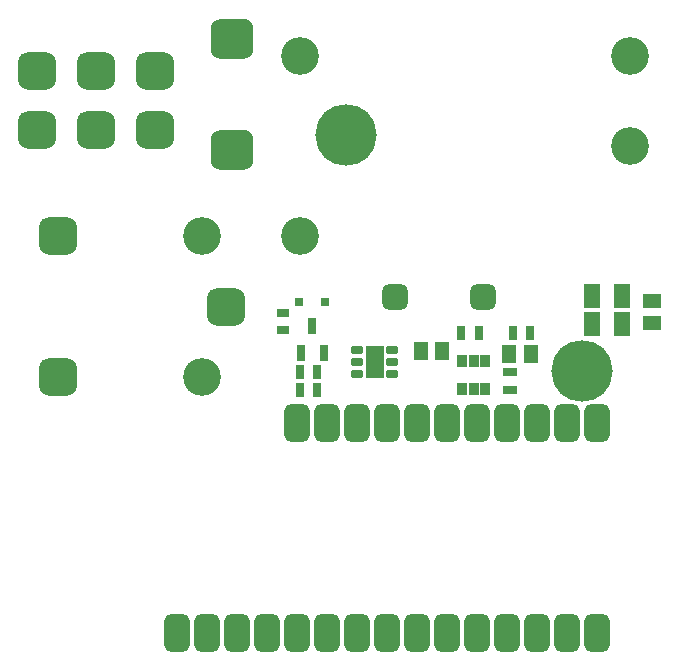
<source format=gts>
G04 Layer_Color=8388736*
%FSAX24Y24*%
%MOIN*%
G70*
G01*
G75*
%ADD44R,0.0277X0.0277*%
%ADD45R,0.0316X0.0474*%
%ADD46R,0.0474X0.0592*%
%ADD47R,0.0474X0.0316*%
%ADD48R,0.0336X0.0434*%
G04:AMPARAMS|DCode=49|XSize=25.7mil|YSize=41.5mil|CornerRadius=8.4mil|HoleSize=0mil|Usage=FLASHONLY|Rotation=90.000|XOffset=0mil|YOffset=0mil|HoleType=Round|Shape=RoundedRectangle|*
%AMROUNDEDRECTD49*
21,1,0.0257,0.0246,0,0,90.0*
21,1,0.0089,0.0415,0,0,90.0*
1,1,0.0169,0.0123,0.0044*
1,1,0.0169,0.0123,-0.0044*
1,1,0.0169,-0.0123,-0.0044*
1,1,0.0169,-0.0123,0.0044*
%
%ADD49ROUNDEDRECTD49*%
%ADD50R,0.0631X0.1064*%
%ADD51R,0.0592X0.0474*%
%ADD52R,0.0552X0.0789*%
G04:AMPARAMS|DCode=53|XSize=136mil|YSize=143mil|CornerRadius=36mil|HoleSize=0mil|Usage=FLASHONLY|Rotation=270.000|XOffset=0mil|YOffset=0mil|HoleType=Round|Shape=RoundedRectangle|*
%AMROUNDEDRECTD53*
21,1,0.1360,0.0711,0,0,270.0*
21,1,0.0640,0.1430,0,0,270.0*
1,1,0.0720,-0.0355,-0.0320*
1,1,0.0720,-0.0355,0.0320*
1,1,0.0720,0.0355,0.0320*
1,1,0.0720,0.0355,-0.0320*
%
%ADD53ROUNDEDRECTD53*%
%ADD54R,0.0316X0.0533*%
G04:AMPARAMS|DCode=55|XSize=126.1mil|YSize=86.7mil|CornerRadius=23.7mil|HoleSize=0mil|Usage=FLASHONLY|Rotation=270.000|XOffset=0mil|YOffset=0mil|HoleType=Round|Shape=RoundedRectangle|*
%AMROUNDEDRECTD55*
21,1,0.1261,0.0394,0,0,270.0*
21,1,0.0787,0.0867,0,0,270.0*
1,1,0.0474,-0.0197,-0.0394*
1,1,0.0474,-0.0197,0.0394*
1,1,0.0474,0.0197,0.0394*
1,1,0.0474,0.0197,-0.0394*
%
%ADD55ROUNDEDRECTD55*%
%ADD56R,0.0395X0.0316*%
%ADD57C,0.1261*%
G04:AMPARAMS|DCode=58|XSize=86.7mil|YSize=86.7mil|CornerRadius=23.7mil|HoleSize=0mil|Usage=FLASHONLY|Rotation=180.000|XOffset=0mil|YOffset=0mil|HoleType=Round|Shape=RoundedRectangle|*
%AMROUNDEDRECTD58*
21,1,0.0867,0.0394,0,0,180.0*
21,1,0.0394,0.0867,0,0,180.0*
1,1,0.0474,-0.0197,0.0197*
1,1,0.0474,0.0197,0.0197*
1,1,0.0474,0.0197,-0.0197*
1,1,0.0474,-0.0197,-0.0197*
%
%ADD58ROUNDEDRECTD58*%
G04:AMPARAMS|DCode=59|XSize=126.1mil|YSize=126.1mil|CornerRadius=33.5mil|HoleSize=0mil|Usage=FLASHONLY|Rotation=90.000|XOffset=0mil|YOffset=0mil|HoleType=Round|Shape=RoundedRectangle|*
%AMROUNDEDRECTD59*
21,1,0.1261,0.0591,0,0,90.0*
21,1,0.0591,0.1261,0,0,90.0*
1,1,0.0671,0.0295,0.0295*
1,1,0.0671,0.0295,-0.0295*
1,1,0.0671,-0.0295,-0.0295*
1,1,0.0671,-0.0295,0.0295*
%
%ADD59ROUNDEDRECTD59*%
G04:AMPARAMS|DCode=60|XSize=126.1mil|YSize=126.1mil|CornerRadius=33.5mil|HoleSize=0mil|Usage=FLASHONLY|Rotation=0.000|XOffset=0mil|YOffset=0mil|HoleType=Round|Shape=RoundedRectangle|*
%AMROUNDEDRECTD60*
21,1,0.1261,0.0591,0,0,0.0*
21,1,0.0591,0.1261,0,0,0.0*
1,1,0.0671,0.0295,-0.0295*
1,1,0.0671,-0.0295,-0.0295*
1,1,0.0671,-0.0295,0.0295*
1,1,0.0671,0.0295,0.0295*
%
%ADD60ROUNDEDRECTD60*%
%ADD61C,0.2049*%
D44*
X020467Y040500D02*
D03*
X021333Y040500D02*
D03*
D45*
X028195Y039450D02*
D03*
X027605Y039450D02*
D03*
X026478Y039450D02*
D03*
X025887Y039450D02*
D03*
X020505Y038150D02*
D03*
X021095Y038150D02*
D03*
X021095Y037550D02*
D03*
X020505Y037550D02*
D03*
D46*
X024546Y038850D02*
D03*
X025254Y038850D02*
D03*
X027496Y038750D02*
D03*
X028204Y038750D02*
D03*
D47*
X027500Y037555D02*
D03*
X027500Y038145D02*
D03*
D48*
X026674Y038522D02*
D03*
X026300Y038522D02*
D03*
X025926Y038522D02*
D03*
X025926Y037578D02*
D03*
X026300Y037578D02*
D03*
X026674Y037578D02*
D03*
D49*
X022429Y038894D02*
D03*
X022429Y038500D02*
D03*
X022429Y038106D02*
D03*
X023571Y038106D02*
D03*
X023571Y038500D02*
D03*
X023571Y038894D02*
D03*
D50*
X023000Y038500D02*
D03*
D51*
X032250Y040509D02*
D03*
X032250Y039800D02*
D03*
D52*
X031262Y039750D02*
D03*
X030238Y039750D02*
D03*
X031262Y040700D02*
D03*
X030238Y040700D02*
D03*
D53*
X018250Y045550D02*
D03*
X018250Y049250D02*
D03*
D54*
X020552Y038800D02*
D03*
X021300Y038800D02*
D03*
X020926Y039686D02*
D03*
D55*
X016400Y029450D02*
D03*
X017400Y029450D02*
D03*
X018400Y029450D02*
D03*
X019400Y029450D02*
D03*
X020400Y029450D02*
D03*
X021400Y029450D02*
D03*
X022400Y029450D02*
D03*
X023400Y029450D02*
D03*
X024400Y029450D02*
D03*
X025400Y029450D02*
D03*
X026400Y029450D02*
D03*
X027400Y029450D02*
D03*
X028400Y029450D02*
D03*
X029400Y029450D02*
D03*
X030400Y029450D02*
D03*
X030400Y036450D02*
D03*
X029400Y036450D02*
D03*
X028400Y036450D02*
D03*
X027400Y036450D02*
D03*
X026400Y036450D02*
D03*
X025400Y036450D02*
D03*
X024400Y036450D02*
D03*
X023400Y036450D02*
D03*
X022400Y036450D02*
D03*
X021400Y036450D02*
D03*
X020400Y036450D02*
D03*
D56*
X019950Y040135D02*
D03*
X019950Y039565D02*
D03*
D57*
X031500Y045700D02*
D03*
X031500Y048700D02*
D03*
X020500Y048700D02*
D03*
X020500Y042700D02*
D03*
X017253Y042700D02*
D03*
X017253Y037976D02*
D03*
D58*
X026626Y040650D02*
D03*
X023674Y040650D02*
D03*
D59*
X018041Y040338D02*
D03*
X012450Y042700D02*
D03*
X012450Y037976D02*
D03*
D60*
X015687Y046231D02*
D03*
X015687Y048200D02*
D03*
X013719Y046231D02*
D03*
X011750Y046231D02*
D03*
X013719Y048200D02*
D03*
X011750Y048200D02*
D03*
D61*
X022047Y046063D02*
D03*
X029921Y038189D02*
D03*
M02*

</source>
